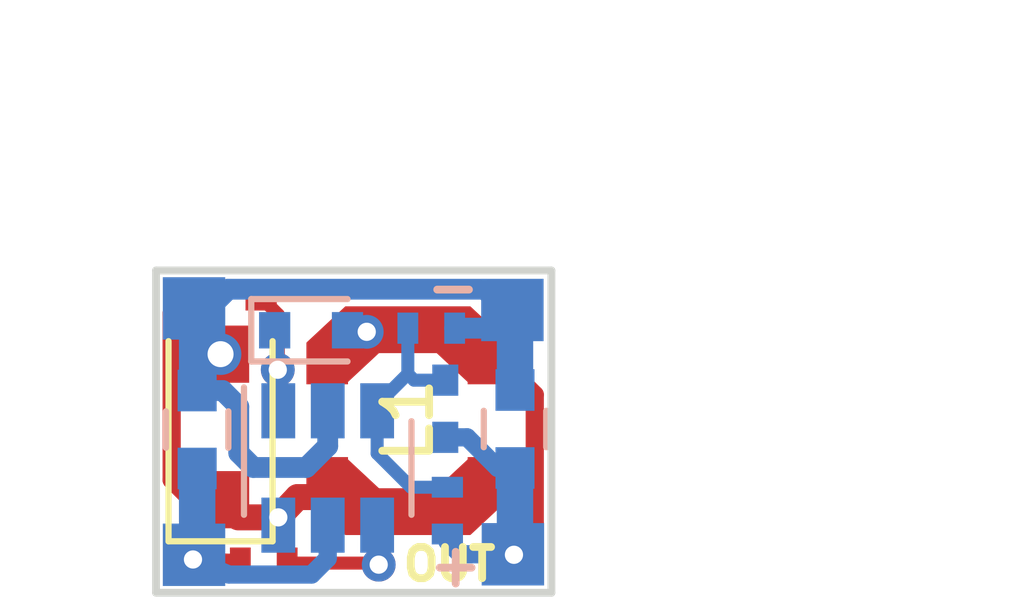
<source format=kicad_pcb>
(kicad_pcb (version 20221018) (generator pcbnew)
  (layers (0 "F.Cu" signal) (31 "B.Cu" signal) (34 "B.Paste" user) (35 "F.Paste" user) (36 "B.SilkS" user "B.Silkscreen") (37 "F.SilkS" user "F.Silkscreen") (38 "B.Mask" user) (39 "F.Mask" user) (44 "Edge.Cuts" user))
  (net 0 "")
  (net 1 "GND")
  (net 2 "Net-(C2-Pad1)")
  (net 3 "Net-(C2-Pad2)")
  (net 4 "Net-(C3-Pad2)")
  (net 5 "Net-(R1-Pad2)")
  (net 6 "/VIN")
  (net 7 "/VOUT")
  (footprint "KiCadCustomLibs:Inductor-LPS4012" (layer "F.Cu") (at 157.04 105.49 90)
    (fp_text reference "L1" (at 0 0 90) (layer "F.SilkS") (effects (font (size 0.9 0.9))))
    (fp_text value "L" hide)
    (pad "1" smd rect (at -1.75 0 90) (size 0.9 2.4) (layers "F.Cu" "F.Paste" "F.Mask") (net 3 "Net-(C2-Pad2)"))
    (pad "1" smd rect (at -1.45 -1.2 137) (size 1.02 1.1) (layers "F.Cu" "F.Paste" "F.Mask") (net 3 "Net-(C2-Pad2)"))
    (pad "1" smd rect (at -1.45 1.2 43) (size 1.02 1.1) (layers "F.Cu" "F.Paste" "F.Mask") (net 3 "Net-(C2-Pad2)"))
    (pad "1" smd rect (at -1.1 -1.55 90) (size 0.8 0.8) (layers "F.Cu" "F.Paste" "F.Mask") (net 3 "Net-(C2-Pad2)"))
    (pad "1" smd rect (at -1.1 1.55 90) (size 0.8 0.8) (layers "F.Cu" "F.Paste" "F.Mask") (net 3 "Net-(C2-Pad2)"))
    (pad "2" smd rect (at 1.1 -1.55 90) (size 0.8 0.8) (layers "F.Cu" "F.Paste" "F.Mask") (net 7 "/VOUT"))
    (pad "2" smd rect (at 1.1 1.55 90) (size 0.8 0.8) (layers "F.Cu" "F.Paste" "F.Mask") (net 7 "/VOUT"))
    (pad "2" smd rect (at 1.45 -1.2 43) (size 1.02 1.1) (layers "F.Cu" "F.Paste" "F.Mask") (net 7 "/VOUT"))
    (pad "2" smd rect (at 1.45 1.2 137) (size 1.02 1.1) (layers "F.Cu" "F.Paste" "F.Mask") (net 7 "/VOUT"))
    (pad "2" smd rect (at 1.75 0 90) (size 0.9 2.4) (layers "F.Cu" "F.Paste" "F.Mask") (net 7 "/VOUT"))
  )
  (footprint "Diodes_SMD:D_SOD-123F" (layer "F.Cu") (at 153.44 105.61 90)
    (fp_text reference "D2" hide)
    (fp_text value "MBR230LSFT1G" hide)
    (fp_line (start -2.2 -1) (end -2.2 1) (stroke (width 0.12)) (layer "F.SilkS"))
    (fp_line (start -2.2 -1) (end 1.65 -1) (stroke (width 0.12)) (layer "F.SilkS"))
    (fp_line (start -2.2 1) (end 1.65 1) (stroke (width 0.12)) (layer "F.SilkS"))
    (pad "1" smd rect (at -1.4 0 90) (size 1.1 1.1) (layers "F.Cu" "F.Paste" "F.Mask") (net 3 "Net-(C2-Pad2)"))
    (pad "2" smd rect (at 1.4 0 90) (size 1.1 1.1) (layers "F.Cu" "F.Paste" "F.Mask") (net 1 "GND"))
  )
  (footprint "Capacitors_SMD:C_0402_NoSilk" (layer "F.Cu") (at 153.67 103.12 180)
    (fp_text reference "C2" hide)
    (fp_text value "10n" hide)
    (pad "1" smd rect (at -0.55 0 180) (size 0.6 0.5) (layers "F.Cu" "F.Paste" "F.Mask") (net 2 "Net-(C2-Pad1)"))
    (pad "2" smd rect (at 0.55 0 180) (size 0.6 0.5) (layers "F.Cu" "F.Paste" "F.Mask") (net 3 "Net-(C2-Pad2)"))
  )
  (footprint "Resistors_SMD:R_0402_NoSilk" (layer "F.Cu") (at 154.27 108.23)
    (fp_text reference "R1" hide)
    (fp_text value "100K" hide)
    (pad "1" smd rect (at -0.45 0) (size 0.4 0.6) (layers "F.Cu" "F.Paste" "F.Mask") (net 6 "/VIN"))
    (pad "2" smd rect (at 0.45 0) (size 0.4 0.6) (layers "F.Cu" "F.Paste" "F.Mask") (net 5 "Net-(R1-Pad2)"))
  )
  (footprint "Diodes_SMD:D_SOD-523" (layer "B.Cu") (at 155.18 103.75)
    (fp_text reference "D1" hide)
    (fp_text value "1N4148" hide)
    (fp_line (start -1.15 0.6) (end -1.15 -0.6) (stroke (width 0.12)) (layer "B.SilkS"))
    (fp_line (start 0.7 -0.6) (end -1.15 -0.6) (stroke (width 0.12)) (layer "B.SilkS"))
    (fp_line (start 0.7 0.6) (end -1.15 0.6) (stroke (width 0.12)) (layer "B.SilkS"))
    (pad "1" smd rect (at -0.7 0 180) (size 0.6 0.7) (layers "B.Cu" "B.Paste" "B.Mask") (net 2 "Net-(C2-Pad1)"))
    (pad "2" smd rect (at 0.7 0 180) (size 0.6 0.7) (layers "B.Cu" "B.Paste" "B.Mask") (net 7 "/VOUT"))
  )
  (footprint "TO_SOT_Packages_SMD:SOT-23-6" (layer "B.Cu") (at 155.5 106.4 -90)
    (fp_text reference "U1" hide)
    (fp_text value "LM2734" hide)
    (fp_line (start -0.9 -1.61) (end 0.9 -1.61) (stroke (width 0.12)) (layer "B.SilkS"))
    (fp_line (start 0.9 1.61) (end -1.55 1.61) (stroke (width 0.12)) (layer "B.SilkS"))
    (pad "1" smd rect (at -1.1 0.95 270) (size 1.06 0.65) (layers "B.Cu" "B.Paste" "B.Mask") (net 2 "Net-(C2-Pad1)"))
    (pad "2" smd rect (at -1.1 0 270) (size 1.06 0.65) (layers "B.Cu" "B.Paste" "B.Mask") (net 1 "GND"))
    (pad "3" smd rect (at -1.1 -0.95 270) (size 1.06 0.65) (layers "B.Cu" "B.Paste" "B.Mask") (net 4 "Net-(C3-Pad2)"))
    (pad "4" smd rect (at 1.1 -0.95 270) (size 1.06 0.65) (layers "B.Cu" "B.Paste" "B.Mask") (net 5 "Net-(R1-Pad2)"))
    (pad "5" smd rect (at 1.1 0 270) (size 1.06 0.65) (layers "B.Cu" "B.Paste" "B.Mask") (net 6 "/VIN"))
    (pad "6" smd rect (at 1.1 0.95 270) (size 1.06 0.65) (layers "B.Cu" "B.Paste" "B.Mask") (net 3 "Net-(C2-Pad2)"))
  )
  (footprint "Capacitors_SMD:C_0603" (layer "B.Cu") (at 152.99 105.66 90)
    (fp_text reference "C1" hide)
    (fp_text value "10uf" hide)
    (fp_line (start -0.35 0.6) (end 0.35 0.6) (stroke (width 0.12)) (layer "B.SilkS"))
    (fp_line (start 0.35 -0.6) (end -0.35 -0.6) (stroke (width 0.12)) (layer "B.SilkS"))
    (pad "1" smd rect (at -0.75 0 90) (size 0.8 0.75) (layers "B.Cu" "B.Paste" "B.Mask") (net 6 "/VIN"))
    (pad "2" smd rect (at 0.75 0 90) (size 0.8 0.75) (layers "B.Cu" "B.Paste" "B.Mask") (net 1 "GND"))
  )
  (footprint "Capacitors_SMD:C_0402_NoSilk" (layer "B.Cu") (at 157.76 105.26 90)
    (fp_text reference "C3" hide)
    (fp_text value "1n" hide)
    (pad "1" smd rect (at -0.55 0 90) (size 0.6 0.5) (layers "B.Cu" "B.Paste" "B.Mask") (net 7 "/VOUT"))
    (pad "2" smd rect (at 0.55 0 90) (size 0.6 0.5) (layers "B.Cu" "B.Paste" "B.Mask") (net 4 "Net-(C3-Pad2)"))
  )
  (footprint "Capacitors_SMD:C_0603" (layer "B.Cu") (at 159.1 105.65 90)
    (fp_text reference "C4" hide)
    (fp_text value "22uf" hide)
    (fp_line (start -0.35 0.6) (end 0.35 0.6) (stroke (width 0.12)) (layer "B.SilkS"))
    (fp_line (start 0.35 -0.6) (end -0.35 -0.6) (stroke (width 0.12)) (layer "B.SilkS"))
    (pad "1" smd rect (at -0.75 0 90) (size 0.8 0.75) (layers "B.Cu" "B.Paste" "B.Mask") (net 7 "/VOUT"))
    (pad "2" smd rect (at 0.75 0 90) (size 0.8 0.75) (layers "B.Cu" "B.Paste" "B.Mask") (net 1 "GND"))
  )
  (footprint "KiCadCustomLibs:ESC_PWR_PAD" (layer "B.Cu") (at 152.93 108.07)
    (fp_text reference "J1" hide)
    (fp_text value "V_IN" hide)
    (pad "1" smd rect (at 0 0) (size 1.2 1.2) (layers "B.Cu" "B.Paste" "B.Mask") (net 6 "/VIN"))
  )
  (footprint "KiCadCustomLibs:ESC_PWR_PAD" (layer "B.Cu") (at 152.93 103.33)
    (fp_text reference "J2" hide)
    (fp_text value "GND_IN" hide)
    (pad "1" smd rect (at 0 0) (size 1.2 1.2) (layers "B.Cu" "B.Paste" "B.Mask") (net 1 "GND"))
  )
  (footprint "KiCadCustomLibs:ESC_PWR_PAD" (layer "B.Cu") (at 159.06 108.06)
    (fp_text reference "J3" hide)
    (fp_text value "V_OUT" hide)
    (pad "1" smd rect (at 0 0) (size 1.2 1.2) (layers "B.Cu" "B.Paste" "B.Mask") (net 7 "/VOUT"))
  )
  (footprint "KiCadCustomLibs:ESC_PWR_PAD" (layer "B.Cu") (at 159.05 103.36)
    (fp_text reference "J4" hide)
    (fp_text value "GND_OUT" hide)
    (pad "1" smd rect (at 0 0) (size 1.2 1.2) (layers "B.Cu" "B.Paste" "B.Mask") (net 1 "GND"))
  )
  (footprint "Resistors_SMD:R_0402_NoSilk" (layer "B.Cu") (at 157.8 107.22 90)
    (fp_text reference "R2" hide)
    (fp_text value "1%" hide)
    (pad "1" smd rect (at -0.45 0 90) (size 0.4 0.6) (layers "B.Cu" "B.Paste" "B.Mask") (net 7 "/VOUT"))
    (pad "2" smd rect (at 0.45 0 90) (size 0.4 0.6) (layers "B.Cu" "B.Paste" "B.Mask") (net 4 "Net-(C3-Pad2)"))
  )
  (footprint "Resistors_SMD:R_0402_NoSilk" (layer "B.Cu") (at 157.49 103.71)
    (fp_text reference "R3" hide)
    (fp_text value "1%" hide)
    (pad "1" smd rect (at -0.45 0) (size 0.4 0.6) (layers "B.Cu" "B.Paste" "B.Mask") (net 4 "Net-(C3-Pad2)"))
    (pad "2" smd rect (at 0.45 0) (size 0.4 0.6) (layers "B.Cu" "B.Paste" "B.Mask") (net 1 "GND"))
  )
  (gr_line (start 159.8 108.8) (end 159.8 102.6) (stroke (width 0.15)) (layer "Edge.Cuts"))
  (gr_line (start 152.2 102.6) (end 152.2 108.8) (stroke (width 0.15)) (layer "Edge.Cuts"))
  (gr_line (start 152.2 108.8) (end 159.8 108.8) (stroke (width 0.15)) (layer "Edge.Cuts"))
  (gr_line (start 159.8 102.6) (end 152.2 102.6) (stroke (width 0.15)) (layer "Edge.Cuts"))
  (gr_text "+" (at 157.96 108.26) (layer "B.SilkS") (effects (font (size 0.8 0.8)) (justify mirror)))
  (gr_text "-" (at 157.91 102.91) (layer "B.SilkS") (effects (font (size 0.8 0.8)) (justify mirror)))
  (gr_text "OUT\n" (at 157.84 108.25) (layer "F.SilkS") (effects (font (size 0.6 0.6))))
  (via (at 153.44 104.21) (size 0.8) (drill 0.5) (layers "F.Cu" "B.Cu") (net 1))
  (segment (start 159.05 103.49) (end 158.52 102.96) (width 0.4) (layer "B.Cu") (net 1))
  (segment (start 158.52 102.96) (end 153.59 102.96) (width 0.4) (layer "B.Cu") (net 1))
  (segment (start 153.59 102.96) (end 153.05 103.5) (width 0.4) (layer "B.Cu") (net 1))
  (segment (start 159.05 104.85) (end 159.1 104.9) (width 0.4) (layer "B.Cu") (net 1))
  (segment (start 155.5 105.98) (end 155.09 106.39) (width 0.4) (layer "B.Cu") (net 1))
  (segment (start 155.09 106.39) (end 154.07 106.39) (width 0.4) (layer "B.Cu") (net 1))
  (segment (start 154.07 106.39) (end 153.79 106.11) (width 0.4) (layer "B.Cu") (net 1))
  (segment (start 153.79 106.11) (end 153.79 105.22) (width 0.4) (layer "B.Cu") (net 1))
  (segment (start 153.79 105.22) (end 153.48 104.91) (width 0.4) (layer "B.Cu") (net 1))
  (segment (start 153.48 104.91) (end 152.99 104.91) (width 0.4) (layer "B.Cu") (net 1))
  (segment (start 159.05 104.85) (end 159.1 104.9) (width 0.4) (layer "B.Cu") (net 1))
  (segment (start 153.44 104.21) (end 152.99 104.66) (width 0.4) (layer "B.Cu") (net 1))
  (segment (start 152.99 104.66) (end 152.99 104.91) (width 0.4) (layer "B.Cu") (net 1))
  (segment (start 153.05 103.82) (end 153.44 104.21) (width 0.4) (layer "B.Cu") (net 1))
  (segment (start 152.99 103.56) (end 153.05 103.5) (width 0.4) (layer "B.Cu") (net 1))
  (segment (start 159.1 103.41) (end 159.05 103.36) (width 0.7) (layer "B.Cu") (net 1))
  (segment (start 158.7 103.71) (end 159.05 103.36) (width 0.4) (layer "B.Cu") (net 1))
  (segment (start 155.5 105.3) (end 155.5 105.98) (width 0.4) (layer "B.Cu") (net 1))
  (segment (start 159.05 103.5) (end 159.05 103.49) (width 0.4) (layer "B.Cu") (net 1))
  (segment (start 153.05 103.5) (end 153.05 103.82) (width 0.4) (layer "B.Cu") (net 1))
  (segment (start 157.94 103.71) (end 158.7 103.71) (width 0.4) (layer "B.Cu") (net 1))
  (segment (start 159.1 104.9) (end 159.1 103.41) (width 0.7) (layer "B.Cu") (net 1))
  (segment (start 152.99 104.91) (end 152.99 103.56) (width 0.7) (layer "B.Cu") (net 1))
  (segment (start 154.54 104.51) (end 154.55 104.5) (width 0.25) (layer "F.Cu") (net 2))
  (segment (start 154.55 104.5) (end 154.55 103.45) (width 0.25) (layer "F.Cu") (net 2))
  (segment (start 154.55 103.45) (end 154.22 103.12) (width 0.25) (layer "F.Cu") (net 2))
  (via (at 154.54 104.51) (size 0.65) (drill 0.35) (layers "F.Cu" "B.Cu") (net 2))
  (segment (start 154.55 104.52) (end 154.54 104.51) (width 0.25) (layer "B.Cu") (net 2))
  (segment (start 154.54 103.89) (end 154.65 103.78) (width 0.25) (layer "B.Cu") (net 2))
  (segment (start 154.55 105.3) (end 154.55 104.52) (width 0.25) (layer "B.Cu") (net 2))
  (segment (start 154.54 104.51) (end 154.54 103.89) (width 0.25) (layer "B.Cu") (net 2))
  (segment (start 154.92 106.96) (end 154.55 107.35) (width 0.5) (layer "F.Cu") (net 3))
  (segment (start 153.78 107.35) (end 153.44 107.01) (width 0.35) (layer "F.Cu") (net 3))
  (segment (start 152.88 107.01) (end 152.5 106.63) (width 0.35) (layer "F.Cu") (net 3))
  (segment (start 152.5 106.63) (end 152.5 103.43) (width 0.35) (layer "F.Cu") (net 3))
  (segment (start 152.5 103.43) (end 152.81 103.12) (width 0.35) (layer "F.Cu") (net 3))
  (segment (start 152.81 103.12) (end 153.12 103.12) (width 0.35) (layer "F.Cu") (net 3))
  (segment (start 154.55 107.35) (end 153.78 107.35) (width 0.5) (layer "F.Cu") (net 3))
  (segment (start 153.44 107.01) (end 152.88 107.01) (width 0.35) (layer "F.Cu") (net 3))
  (segment (start 156.22 106.96) (end 154.92 106.96) (width 0.5) (layer "F.Cu") (net 3))
  (via (at 154.55 107.35) (size 0.65) (drill 0.35) (layers "F.Cu" "B.Cu") (net 3))
  (segment (start 154.55 107.35) (end 154.59 107.39) (width 0.25) (layer "B.Cu") (net 3))
  (segment (start 154.59 107.39) (end 154.59 107.59) (width 0.25) (layer "B.Cu") (net 3))
  (segment (start 154.59 107.59) (end 154.49 107.59) (width 0.25) (layer "B.Cu") (net 3))
  (segment (start 157.07 103.74) (end 157.04 103.71) (width 0.25) (layer "B.Cu") (net 4))
  (segment (start 157.1 106.77) (end 156.45 106.12) (width 0.25) (layer "B.Cu") (net 4))
  (segment (start 156.45 106.12) (end 156.45 105.3) (width 0.25) (layer "B.Cu") (net 4))
  (segment (start 156.45 105.18) (end 157.04 104.59) (width 0.25) (layer "B.Cu") (net 4))
  (segment (start 157.04 104.59) (end 157.04 103.71) (width 0.25) (layer "B.Cu") (net 4))
  (segment (start 157.16 104.71) (end 157.04 104.59) (width 0.25) (layer "B.Cu") (net 4))
  (segment (start 156.45 105.3) (end 156.48 105.3) (width 0.25) (layer "B.Cu") (net 4))
  (segment (start 157.76 104.71) (end 157.16 104.71) (width 0.25) (layer "B.Cu") (net 4))
  (segment (start 156.45 105.3) (end 156.55 105.3) (width 0.25) (layer "B.Cu") (net 4))
  (segment (start 156.45 105.3) (end 156.45 105.18) (width 0.25) (layer "B.Cu") (net 4))
  (segment (start 157.8 106.77) (end 157.1 106.77) (width 0.25) (layer "B.Cu") (net 4))
  (segment (start 156.48 108.26) (end 156.45 108.23) (width 0.25) (layer "F.Cu") (net 5))
  (segment (start 156.45 108.23) (end 154.72 108.23) (width 0.25) (layer "F.Cu") (net 5))
  (via (at 156.48 108.26) (size 0.65) (drill 0.35) (layers "F.Cu" "B.Cu") (net 5))
  (segment (start 156.45 108.23) (end 156.48 108.26) (width 0.25) (layer "B.Cu") (net 5))
  (segment (start 156.45 107.5) (end 156.45 108.23) (width 0.25) (layer "B.Cu") (net 5))
  (segment (start 152.91 108.16) (end 153.19 108.21) (width 0.35) (layer "F.Cu") (net 6))
  (segment (start 153.19 108.21) (end 153.82 108.23) (width 0.35) (layer "F.Cu") (net 6))
  (via (at 152.91 108.16) (size 0.65) (drill 0.35) (layers "F.Cu" "B.Cu") (net 6))
  (segment (start 155.57 107.77) (end 155.57 107.645) (width 0.25) (layer "B.Cu") (net 6))
  (segment (start 155.5 108.14) (end 155.19 108.45) (width 0.35) (layer "B.Cu") (net 6))
  (segment (start 155.19 108.45) (end 153.6 108.45) (width 0.35) (layer "B.Cu") (net 6))
  (segment (start 153.6 108.45) (end 152.91 108.16) (width 0.35) (layer "B.Cu") (net 6))
  (segment (start 153.1 106.52) (end 152.99 106.41) (width 0.35) (layer "B.Cu") (net 6))
  (segment (start 152.99 108.01) (end 152.93 108.07) (width 0.35) (layer "B.Cu") (net 6))
  (segment (start 152.99 106.41) (end 152.99 108.01) (width 0.7) (layer "B.Cu") (net 6))
  (segment (start 155.5 107.5) (end 155.5 108.14) (width 0.35) (layer "B.Cu") (net 6))
  (segment (start 158.72 104.23) (end 159.48 104.99) (width 0.35) (layer "F.Cu") (net 7))
  (segment (start 159.48 104.99) (end 159.48 107.48) (width 0.35) (layer "F.Cu") (net 7))
  (segment (start 159.48 107.48) (end 159.08 108.07) (width 0.35) (layer "F.Cu") (net 7))
  (segment (start 156.25 103.9) (end 156.44 103.71) (width 0.35) (layer "F.Cu") (net 7))
  (segment (start 156.44 103.71) (end 156.47 103.71) (width 0.35) (layer "F.Cu") (net 7))
  (via (at 156.25 103.78) (size 0.65) (drill 0.35) (layers "F.Cu" "B.Cu") (net 7))
  (via (at 159.08 108.07) (size 0.65) (drill 0.35) (layers "F.Cu" "B.Cu") (net 7))
  (segment (start 159.05 106.45) (end 159.1 106.4) (width 0.25) (layer "B.Cu") (net 7))
  (segment (start 158.855 108.285) (end 158.98 108.16) (width 0.25) (layer "B.Cu") (net 7))
  (segment (start 159.08 108.07) (end 158.99 108.16) (width 0.35) (layer "B.Cu") (net 7))
  (segment (start 158.99 108.16) (end 158.98 108.16) (width 0.35) (layer "B.Cu") (net 7))
  (segment (start 159.06 106.44) (end 159.1 106.4) (width 0.35) (layer "B.Cu") (net 7))
  (segment (start 159.1 108.02) (end 159.06 108.06) (width 0.7) (layer "B.Cu") (net 7))
  (segment (start 158.05 108.06) (end 157.8 107.81) (width 0.35) (layer "B.Cu") (net 7))
  (segment (start 157.8 107.81) (end 157.8 107.67) (width 0.35) (layer "B.Cu") (net 7))
  (segment (start 158.18 105.81) (end 158.77 106.4) (width 0.35) (layer "B.Cu") (net 7))
  (segment (start 158.77 106.4) (end 159.1 106.4) (width 0.35) (layer "B.Cu") (net 7))
  (segment (start 156.15 103.78) (end 156.25 103.78) (width 0.35) (layer "B.Cu") (net 7))
  (segment (start 156.25 103.78) (end 156.15 103.78) (width 0.35) (layer "B.Cu") (net 7))
  (segment (start 159.06 108.06) (end 158.05 108.06) (width 0.35) (layer "B.Cu") (net 7))
  (segment (start 157.76 105.81) (end 158.18 105.81) (width 0.35) (layer "B.Cu") (net 7))
  (segment (start 159.1 106.4) (end 159.1 108.02) (width 0.7) (layer "B.Cu") (net 7))
)
</source>
